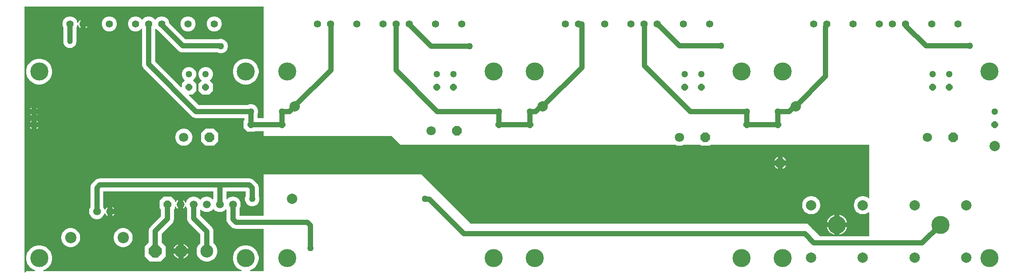
<source format=gbl>
G04*
G04 #@! TF.GenerationSoftware,Altium Limited,Altium Designer,21.6.4 (81)*
G04*
G04 Layer_Physical_Order=2*
G04 Layer_Color=16711680*
%FSLAX44Y44*%
%MOMM*%
G71*
G04*
G04 #@! TF.SameCoordinates,43C67DF6-979F-4C5B-9B03-454D23029C34*
G04*
G04*
G04 #@! TF.FilePolarity,Positive*
G04*
G01*
G75*
%ADD36C,1.0000*%
%ADD37C,1.4224*%
%ADD38C,2.0000*%
%ADD39P,1.9483X8X202.5*%
%ADD40C,1.8000*%
%ADD41C,1.5000*%
%ADD42P,1.6236X8X202.5*%
%ADD43C,2.2000*%
%ADD44P,1.4071X8X292.5*%
%ADD45C,1.3000*%
%ADD46C,3.5000*%
%ADD47P,2.7060X8X22.5*%
%ADD48C,2.5000*%
%ADD49C,0.8000*%
%ADD50C,1.2700*%
G36*
X470000Y-222792D02*
X457608D01*
Y-216162D01*
X458046Y-215404D01*
X459000Y-211843D01*
Y-208157D01*
X458046Y-204596D01*
X456203Y-201404D01*
X453596Y-198797D01*
X450404Y-196954D01*
X446843Y-196000D01*
X443157D01*
X439596Y-196954D01*
X438838Y-197392D01*
X344000D01*
X324682Y-178073D01*
X325168Y-176900D01*
X332000D01*
X339000Y-169900D01*
Y-155900D01*
X333197Y-150097D01*
X333347Y-148953D01*
X333597Y-148701D01*
X336203Y-146096D01*
X338046Y-142904D01*
X339000Y-139343D01*
Y-135657D01*
X338046Y-132096D01*
X336203Y-128904D01*
X333596Y-126297D01*
X330404Y-124454D01*
X326843Y-123500D01*
X323157D01*
X319596Y-124454D01*
X316404Y-126297D01*
X313797Y-128904D01*
X311954Y-132096D01*
X311000Y-135657D01*
Y-139343D01*
X311954Y-142904D01*
X313797Y-146096D01*
X316402Y-148701D01*
X316653Y-148953D01*
X316803Y-150097D01*
X311000Y-155900D01*
Y-162732D01*
X309827Y-163218D01*
X259354Y-112746D01*
Y-49240D01*
X260492Y-48883D01*
X260624Y-48878D01*
X263316Y-51571D01*
X264590Y-52306D01*
X303740Y-91456D01*
X306352Y-93460D01*
X309392Y-94720D01*
X312655Y-95149D01*
X379827D01*
X381238Y-95964D01*
X384761Y-96908D01*
X388407D01*
X391930Y-95964D01*
X395088Y-94141D01*
X397667Y-91562D01*
X399490Y-88404D01*
X400434Y-84881D01*
Y-81235D01*
X399490Y-77712D01*
X397667Y-74554D01*
X395088Y-71975D01*
X391930Y-70152D01*
X388407Y-69208D01*
X384761D01*
X382053Y-69934D01*
X317878D01*
X286900Y-38956D01*
Y-37954D01*
X285904Y-34238D01*
X283981Y-30906D01*
X281260Y-28186D01*
X277928Y-26262D01*
X274212Y-25266D01*
X270364D01*
X266648Y-26262D01*
X263316Y-28186D01*
X260595Y-30906D01*
X260223Y-31551D01*
X258953D01*
X258580Y-30906D01*
X255860Y-28186D01*
X252528Y-26262D01*
X248812Y-25266D01*
X244964D01*
X241248Y-26262D01*
X237916Y-28186D01*
X235196Y-30906D01*
X234823Y-31551D01*
X233553D01*
X233181Y-30906D01*
X230460Y-28186D01*
X227128Y-26262D01*
X223412Y-25266D01*
X219564D01*
X215848Y-26262D01*
X212516Y-28186D01*
X209795Y-30906D01*
X207872Y-34238D01*
X206876Y-37954D01*
Y-41802D01*
X207872Y-45518D01*
X209795Y-48850D01*
X212516Y-51571D01*
X215848Y-53494D01*
X219564Y-54490D01*
X223412D01*
X227128Y-53494D01*
X230460Y-51571D01*
X232868Y-49162D01*
X234138Y-49604D01*
Y-117968D01*
X234568Y-121231D01*
X235827Y-124272D01*
X237831Y-126883D01*
X329863Y-218915D01*
X329863Y-218915D01*
X332474Y-220919D01*
X335515Y-222178D01*
X338778Y-222608D01*
X432392D01*
Y-227008D01*
X431000Y-228400D01*
Y-242400D01*
X438000Y-249400D01*
X452000D01*
X453392Y-248008D01*
X470000D01*
Y-257500D01*
X717500D01*
X735000Y-275000D01*
X1268097D01*
X1270187Y-275866D01*
X1273375Y-276500D01*
X1276625D01*
X1279813Y-275866D01*
X1281903Y-275000D01*
X1315250D01*
X1316750Y-276500D01*
X1333250D01*
X1334750Y-275000D01*
X1642500D01*
Y-378092D01*
X1641327Y-378578D01*
X1641156Y-378407D01*
X1638289Y-376492D01*
X1635105Y-375173D01*
X1631724Y-374500D01*
X1628276D01*
X1624895Y-375173D01*
X1621711Y-376492D01*
X1618844Y-378407D01*
X1616407Y-380844D01*
X1614492Y-383711D01*
X1613172Y-386895D01*
X1612500Y-390276D01*
Y-393724D01*
X1613172Y-397105D01*
X1614492Y-400289D01*
X1616407Y-403156D01*
X1618844Y-405593D01*
X1621711Y-407508D01*
X1624895Y-408828D01*
X1628276Y-409500D01*
X1631724D01*
X1635105Y-408828D01*
X1638289Y-407508D01*
X1641156Y-405593D01*
X1641327Y-405422D01*
X1642500Y-405908D01*
Y-452392D01*
X1547392D01*
X1522500Y-427500D01*
X870000D01*
X775000Y-332500D01*
X470000D01*
Y-412392D01*
X422818D01*
Y-398528D01*
X423503Y-397503D01*
X424633Y-394773D01*
X425210Y-391875D01*
Y-388921D01*
X424633Y-386023D01*
X423503Y-383293D01*
X421861Y-380836D01*
X419772Y-378747D01*
X417315Y-377105D01*
X414585Y-375975D01*
X411687Y-375398D01*
X408733D01*
X405835Y-375975D01*
X403105Y-377105D01*
X400648Y-378747D01*
X398688Y-380707D01*
X398152Y-380630D01*
X397418Y-380257D01*
Y-365108D01*
X434892D01*
Y-374137D01*
X434594Y-374654D01*
X433650Y-378177D01*
Y-381823D01*
X434594Y-385346D01*
X436417Y-388504D01*
X438996Y-391083D01*
X442154Y-392906D01*
X445677Y-393850D01*
X449323D01*
X452846Y-392906D01*
X456004Y-391083D01*
X458583Y-388504D01*
X460406Y-385346D01*
X461350Y-381823D01*
Y-378177D01*
X460406Y-374654D01*
X460108Y-374137D01*
Y-358358D01*
X459678Y-355095D01*
X458419Y-352054D01*
X456415Y-349443D01*
X450557Y-343585D01*
X447946Y-341581D01*
X444905Y-340322D01*
X441642Y-339892D01*
X152558D01*
X149295Y-340322D01*
X146254Y-341581D01*
X143643Y-343585D01*
X137785Y-349443D01*
X135781Y-352054D01*
X134522Y-355095D01*
X134092Y-358358D01*
Y-396070D01*
X133407Y-397095D01*
X132276Y-399825D01*
X131700Y-402723D01*
Y-405677D01*
X132276Y-408575D01*
X133407Y-411305D01*
X135049Y-413762D01*
X137138Y-415851D01*
X139595Y-417493D01*
X142325Y-418624D01*
X145223Y-419200D01*
X148177D01*
X151075Y-418624D01*
X153805Y-417493D01*
X156262Y-415851D01*
X158351Y-413762D01*
X159993Y-411305D01*
X161124Y-408575D01*
X161329Y-407545D01*
X162632Y-407502D01*
X162782Y-408060D01*
X164098Y-410340D01*
X165960Y-412202D01*
X167100Y-412860D01*
Y-404200D01*
Y-395540D01*
X165960Y-396198D01*
X164098Y-398060D01*
X162782Y-400340D01*
X162632Y-400898D01*
X161329Y-400855D01*
X161124Y-399825D01*
X159993Y-397095D01*
X159308Y-396070D01*
Y-365108D01*
X372202D01*
Y-380257D01*
X371468Y-380630D01*
X370932Y-380707D01*
X368972Y-378747D01*
X366515Y-377105D01*
X363785Y-375975D01*
X360887Y-375398D01*
X357933D01*
X355035Y-375975D01*
X352305Y-377105D01*
X349848Y-378747D01*
X347759Y-380836D01*
X347345Y-381455D01*
X346075D01*
X345661Y-380836D01*
X343572Y-378747D01*
X341115Y-377105D01*
X338385Y-375975D01*
X335487Y-375398D01*
X332533D01*
X329635Y-375975D01*
X326905Y-377105D01*
X324448Y-378747D01*
X322359Y-380836D01*
X320717Y-383293D01*
X319587Y-386023D01*
X319381Y-387053D01*
X318078Y-387096D01*
X317929Y-386538D01*
X316612Y-384258D01*
X314750Y-382396D01*
X313610Y-381738D01*
Y-390398D01*
Y-399058D01*
X314750Y-398400D01*
X316612Y-396538D01*
X317929Y-394258D01*
X318078Y-393700D01*
X319381Y-393742D01*
X319587Y-394773D01*
X320717Y-397503D01*
X321402Y-398528D01*
Y-417322D01*
X321832Y-420585D01*
X323091Y-423626D01*
X325095Y-426237D01*
X347145Y-448287D01*
Y-465827D01*
X347004Y-465922D01*
X344218Y-468708D01*
X342029Y-471983D01*
X340522Y-475623D01*
X339753Y-479487D01*
Y-483427D01*
X340522Y-487291D01*
X342029Y-490931D01*
X344218Y-494206D01*
X347004Y-496992D01*
X350279Y-499181D01*
X353919Y-500688D01*
X357783Y-501457D01*
X361723D01*
X365587Y-500688D01*
X369227Y-499181D01*
X372502Y-496992D01*
X375288Y-494206D01*
X377477Y-490931D01*
X378984Y-487291D01*
X379753Y-483427D01*
Y-479487D01*
X378984Y-475623D01*
X377477Y-471983D01*
X375288Y-468708D01*
X372502Y-465922D01*
X372361Y-465827D01*
Y-443065D01*
X371931Y-439802D01*
X370672Y-436761D01*
X368668Y-434150D01*
X346618Y-412100D01*
Y-400538D01*
X347352Y-400166D01*
X347888Y-400089D01*
X349848Y-402049D01*
X352305Y-403691D01*
X355035Y-404822D01*
X357933Y-405398D01*
X360887D01*
X363785Y-404822D01*
X366515Y-403691D01*
X368972Y-402049D01*
X371061Y-399960D01*
X371475Y-399341D01*
X372745D01*
X373159Y-399960D01*
X375248Y-402049D01*
X377705Y-403691D01*
X380435Y-404822D01*
X383333Y-405398D01*
X386287D01*
X389185Y-404822D01*
X391915Y-403691D01*
X394372Y-402049D01*
X396332Y-400089D01*
X396868Y-400166D01*
X397602Y-400538D01*
Y-419142D01*
X398032Y-422405D01*
X399291Y-425446D01*
X401295Y-428057D01*
X407153Y-433915D01*
X409764Y-435919D01*
X412805Y-437178D01*
X416068Y-437608D01*
X470000D01*
Y-520000D01*
X443291D01*
X443039Y-518730D01*
X446842Y-517155D01*
X450937Y-514419D01*
X454419Y-510937D01*
X457155Y-506842D01*
X459039Y-502292D01*
X460000Y-497462D01*
Y-492538D01*
X459039Y-487708D01*
X457155Y-483158D01*
X454419Y-479063D01*
X450937Y-475581D01*
X446842Y-472845D01*
X442292Y-470961D01*
X437462Y-470000D01*
X432538D01*
X427708Y-470961D01*
X423158Y-472845D01*
X419063Y-475581D01*
X415581Y-479063D01*
X412845Y-483158D01*
X410961Y-487708D01*
X410000Y-492538D01*
Y-497462D01*
X410961Y-502292D01*
X412845Y-506842D01*
X415581Y-510937D01*
X419063Y-514419D01*
X423158Y-517155D01*
X426961Y-518730D01*
X426709Y-520000D01*
X43291D01*
X43039Y-518730D01*
X46842Y-517155D01*
X50937Y-514419D01*
X54419Y-510937D01*
X57155Y-506842D01*
X59039Y-502292D01*
X60000Y-497462D01*
Y-492538D01*
X59039Y-487708D01*
X57155Y-483158D01*
X54419Y-479063D01*
X50937Y-475581D01*
X46842Y-472845D01*
X42292Y-470961D01*
X37462Y-470000D01*
X32538D01*
X27708Y-470961D01*
X23158Y-472845D01*
X19064Y-475581D01*
X15581Y-479063D01*
X12845Y-483158D01*
X10961Y-487708D01*
X10000Y-492538D01*
Y-497462D01*
X10961Y-502292D01*
X12845Y-506842D01*
X15581Y-510937D01*
X19064Y-514419D01*
X23158Y-517155D01*
X26961Y-518730D01*
X26709Y-520000D01*
X10000D01*
X7546Y-522454D01*
X6373Y-521968D01*
X6372Y-6372D01*
X470000D01*
Y-222792D01*
D02*
G37*
%LPC*%
G36*
X124888Y-31666D02*
Y-34878D01*
X128100D01*
X127579Y-33976D01*
X125790Y-32187D01*
X124888Y-31666D01*
D02*
G37*
G36*
X128100Y-44878D02*
X124888D01*
Y-48090D01*
X125790Y-47569D01*
X127579Y-45780D01*
X128100Y-44878D01*
D02*
G37*
G36*
X96412Y-25266D02*
X92564D01*
X88848Y-26262D01*
X85516Y-28186D01*
X82795Y-30906D01*
X80872Y-34238D01*
X79876Y-37954D01*
Y-41802D01*
X80872Y-45518D01*
X81738Y-47019D01*
Y-74346D01*
X82168Y-77609D01*
X83427Y-80650D01*
X85431Y-83261D01*
X88042Y-85265D01*
X91083Y-86524D01*
X94346Y-86954D01*
X97609Y-86524D01*
X100650Y-85265D01*
X103261Y-83261D01*
X105265Y-80650D01*
X106524Y-77609D01*
X106954Y-74346D01*
Y-47510D01*
X108104Y-45518D01*
X109100Y-41802D01*
Y-41662D01*
X110370Y-41494D01*
X110931Y-43588D01*
X112197Y-45780D01*
X113986Y-47569D01*
X114888Y-48090D01*
Y-39878D01*
Y-31666D01*
X113986Y-32187D01*
X112197Y-33976D01*
X110931Y-36168D01*
X110370Y-38262D01*
X109100Y-38094D01*
Y-37954D01*
X108104Y-34238D01*
X106180Y-30906D01*
X103460Y-28186D01*
X100128Y-26262D01*
X96412Y-25266D01*
D02*
G37*
G36*
X375812D02*
X371964D01*
X368248Y-26262D01*
X364916Y-28186D01*
X362196Y-30906D01*
X360272Y-34238D01*
X359276Y-37954D01*
Y-41802D01*
X360272Y-45518D01*
X362196Y-48850D01*
X364916Y-51571D01*
X368248Y-53494D01*
X371964Y-54490D01*
X375812D01*
X379528Y-53494D01*
X382860Y-51571D01*
X385580Y-48850D01*
X387504Y-45518D01*
X388500Y-41802D01*
Y-37954D01*
X387504Y-34238D01*
X385580Y-30906D01*
X382860Y-28186D01*
X379528Y-26262D01*
X375812Y-25266D01*
D02*
G37*
G36*
X325012D02*
X321164D01*
X317448Y-26262D01*
X314116Y-28186D01*
X311395Y-30906D01*
X309472Y-34238D01*
X308476Y-37954D01*
Y-41802D01*
X309472Y-45518D01*
X311395Y-48850D01*
X314116Y-51571D01*
X317448Y-53494D01*
X321164Y-54490D01*
X325012D01*
X328728Y-53494D01*
X332060Y-51571D01*
X334781Y-48850D01*
X336704Y-45518D01*
X337700Y-41802D01*
Y-37954D01*
X336704Y-34238D01*
X334781Y-30906D01*
X332060Y-28186D01*
X328728Y-26262D01*
X325012Y-25266D01*
D02*
G37*
G36*
X172612D02*
X168764D01*
X165048Y-26262D01*
X161716Y-28186D01*
X158996Y-30906D01*
X157072Y-34238D01*
X156076Y-37954D01*
Y-41802D01*
X157072Y-45518D01*
X158996Y-48850D01*
X161716Y-51571D01*
X165048Y-53494D01*
X168764Y-54490D01*
X172612D01*
X176328Y-53494D01*
X179660Y-51571D01*
X182381Y-48850D01*
X184304Y-45518D01*
X185300Y-41802D01*
Y-37954D01*
X184304Y-34238D01*
X182381Y-30906D01*
X179660Y-28186D01*
X176328Y-26262D01*
X172612Y-25266D01*
D02*
G37*
G36*
X37462Y-107500D02*
X32538D01*
X27708Y-108461D01*
X23158Y-110345D01*
X19064Y-113081D01*
X15581Y-116563D01*
X12845Y-120658D01*
X10961Y-125208D01*
X10000Y-130038D01*
Y-134962D01*
X10961Y-139792D01*
X12845Y-144342D01*
X15581Y-148436D01*
X19064Y-151919D01*
X23158Y-154655D01*
X27708Y-156539D01*
X32538Y-157500D01*
X37462D01*
X42292Y-156539D01*
X46842Y-154655D01*
X50937Y-151919D01*
X54419Y-148436D01*
X57155Y-144342D01*
X59039Y-139792D01*
X60000Y-134962D01*
Y-130038D01*
X59039Y-125208D01*
X57155Y-120658D01*
X54419Y-116563D01*
X50937Y-113081D01*
X46842Y-110345D01*
X42292Y-108461D01*
X37462Y-107500D01*
D02*
G37*
G36*
X437462Y-107500D02*
X432538D01*
X427708Y-108461D01*
X423158Y-110345D01*
X419063Y-113081D01*
X415581Y-116563D01*
X412845Y-120658D01*
X410961Y-125208D01*
X410000Y-130038D01*
Y-134962D01*
X410961Y-139792D01*
X412845Y-144342D01*
X415581Y-148437D01*
X419063Y-151919D01*
X423158Y-154655D01*
X427708Y-156539D01*
X432538Y-157500D01*
X437462D01*
X442292Y-156539D01*
X446842Y-154655D01*
X450937Y-151919D01*
X454419Y-148437D01*
X457155Y-144342D01*
X459039Y-139792D01*
X460000Y-134962D01*
Y-130038D01*
X459039Y-125208D01*
X457155Y-120658D01*
X454419Y-116563D01*
X450937Y-113081D01*
X446842Y-110345D01*
X442292Y-108461D01*
X437462Y-107500D01*
D02*
G37*
G36*
X359343Y-123500D02*
X355657D01*
X352096Y-124454D01*
X348904Y-126297D01*
X346297Y-128904D01*
X344454Y-132096D01*
X343500Y-135657D01*
Y-139343D01*
X344454Y-142904D01*
X346297Y-146096D01*
X348903Y-148701D01*
X349153Y-148953D01*
X349303Y-150097D01*
X343500Y-155900D01*
Y-169900D01*
X350500Y-176900D01*
X364500D01*
X371500Y-169900D01*
Y-155900D01*
X365697Y-150097D01*
X365847Y-148953D01*
X366097Y-148701D01*
X368703Y-146096D01*
X370546Y-142904D01*
X371500Y-139343D01*
Y-135657D01*
X370546Y-132096D01*
X368703Y-128904D01*
X366096Y-126297D01*
X362904Y-124454D01*
X359343Y-123500D01*
D02*
G37*
G36*
X30000Y-202495D02*
Y-205000D01*
X32506D01*
X32202Y-204474D01*
X30526Y-202798D01*
X30000Y-202495D01*
D02*
G37*
G36*
X20000Y-202494D02*
X19474Y-202798D01*
X17798Y-204474D01*
X17494Y-205000D01*
X20000D01*
Y-202494D01*
D02*
G37*
G36*
X32506Y-215000D02*
X30000D01*
Y-217505D01*
X30526Y-217202D01*
X32202Y-215526D01*
X32506Y-215000D01*
D02*
G37*
G36*
X20000D02*
X17495D01*
X17798Y-215526D01*
X19474Y-217202D01*
X20000Y-217506D01*
Y-215000D01*
D02*
G37*
G36*
X30000Y-226900D02*
Y-230400D01*
X33500D01*
X30000Y-226900D01*
D02*
G37*
G36*
X20000Y-226900D02*
X16500Y-230400D01*
X20000D01*
Y-226900D01*
D02*
G37*
G36*
X33500Y-240400D02*
X30000D01*
Y-243900D01*
X33500Y-240400D01*
D02*
G37*
G36*
X20000D02*
X16500D01*
X20000Y-243900D01*
Y-240400D01*
D02*
G37*
G36*
X373250Y-243500D02*
X356750D01*
X348500Y-251750D01*
Y-268250D01*
X356750Y-276500D01*
X373250D01*
X381500Y-268250D01*
Y-251750D01*
X373250Y-243500D01*
D02*
G37*
G36*
X316625D02*
X313375D01*
X310187Y-244134D01*
X307184Y-245378D01*
X304482Y-247184D01*
X302184Y-249482D01*
X300378Y-252184D01*
X299134Y-255187D01*
X298500Y-258375D01*
Y-261625D01*
X299134Y-264813D01*
X300378Y-267816D01*
X302184Y-270518D01*
X304482Y-272816D01*
X307184Y-274622D01*
X310187Y-275866D01*
X313375Y-276500D01*
X316625D01*
X319813Y-275866D01*
X322816Y-274622D01*
X325518Y-272816D01*
X327816Y-270518D01*
X329622Y-267816D01*
X330866Y-264813D01*
X331500Y-261625D01*
Y-258375D01*
X330866Y-255187D01*
X329622Y-252184D01*
X327816Y-249482D01*
X325518Y-247184D01*
X322816Y-245378D01*
X319813Y-244134D01*
X316625Y-243500D01*
D02*
G37*
G36*
X1475000Y-298453D02*
Y-305000D01*
X1481547D01*
X1480002Y-302325D01*
X1477675Y-299998D01*
X1475000Y-298453D01*
D02*
G37*
G36*
X1465000D02*
X1462325Y-299998D01*
X1459998Y-302325D01*
X1458453Y-305000D01*
X1465000D01*
Y-298453D01*
D02*
G37*
G36*
X1481547Y-315000D02*
X1475000D01*
Y-321547D01*
X1477675Y-320003D01*
X1480002Y-317675D01*
X1481547Y-315000D01*
D02*
G37*
G36*
X1465000D02*
X1458453D01*
X1459998Y-317675D01*
X1462325Y-320003D01*
X1465000Y-321547D01*
Y-315000D01*
D02*
G37*
G36*
X290710Y-375398D02*
X275710D01*
X268210Y-382898D01*
Y-397898D01*
X270602Y-400290D01*
Y-413624D01*
X250838Y-433388D01*
X248834Y-435999D01*
X247575Y-439040D01*
X247145Y-442303D01*
Y-464065D01*
X239753Y-471457D01*
Y-491457D01*
X249753Y-501457D01*
X269753D01*
X279753Y-491457D01*
Y-471457D01*
X272361Y-464065D01*
Y-447525D01*
X292125Y-427761D01*
X294129Y-425150D01*
X295388Y-422109D01*
X295818Y-418846D01*
Y-400290D01*
X298210Y-397898D01*
Y-394925D01*
X299480Y-394584D01*
X300608Y-396538D01*
X302470Y-398400D01*
X303610Y-399058D01*
Y-390398D01*
Y-381738D01*
X302470Y-382396D01*
X300608Y-384258D01*
X299480Y-386212D01*
X298210Y-385871D01*
Y-382898D01*
X290710Y-375398D01*
D02*
G37*
G36*
X177100Y-395540D02*
Y-399200D01*
X180760D01*
X180102Y-398060D01*
X178240Y-396198D01*
X177100Y-395540D01*
D02*
G37*
G36*
X1531724Y-374500D02*
X1528276D01*
X1524895Y-375173D01*
X1521711Y-376492D01*
X1518844Y-378407D01*
X1516407Y-380844D01*
X1514492Y-383711D01*
X1513172Y-386895D01*
X1512500Y-390276D01*
Y-393724D01*
X1513172Y-397105D01*
X1514492Y-400289D01*
X1516407Y-403156D01*
X1518844Y-405593D01*
X1521711Y-407508D01*
X1524895Y-408828D01*
X1528276Y-409500D01*
X1531724D01*
X1535105Y-408828D01*
X1538289Y-407508D01*
X1541156Y-405593D01*
X1543593Y-403156D01*
X1545508Y-400289D01*
X1546828Y-397105D01*
X1547500Y-393724D01*
Y-390276D01*
X1546828Y-386895D01*
X1545508Y-383711D01*
X1543593Y-380844D01*
X1541156Y-378407D01*
X1538289Y-376492D01*
X1535105Y-375173D01*
X1531724Y-374500D01*
D02*
G37*
G36*
X180760Y-409200D02*
X177100D01*
Y-412860D01*
X178240Y-412202D01*
X180102Y-410340D01*
X180760Y-409200D01*
D02*
G37*
G36*
X1585000Y-410603D02*
Y-425000D01*
X1599397D01*
X1599231Y-424166D01*
X1597724Y-420527D01*
X1595535Y-417251D01*
X1592749Y-414465D01*
X1589474Y-412276D01*
X1585834Y-410769D01*
X1585000Y-410603D01*
D02*
G37*
G36*
X1575000Y-410603D02*
X1574166Y-410769D01*
X1570526Y-412276D01*
X1567251Y-414465D01*
X1564465Y-417251D01*
X1562276Y-420527D01*
X1560769Y-424166D01*
X1560603Y-425000D01*
X1575000D01*
Y-410603D01*
D02*
G37*
G36*
Y-435000D02*
X1560603D01*
X1560769Y-435834D01*
X1562276Y-439473D01*
X1564465Y-442749D01*
X1567251Y-445535D01*
X1570526Y-447724D01*
X1574166Y-449231D01*
X1575000Y-449397D01*
Y-435000D01*
D02*
G37*
G36*
X1599397D02*
X1585000D01*
Y-449397D01*
X1585834Y-449231D01*
X1589474Y-447724D01*
X1592749Y-445535D01*
X1595535Y-442749D01*
X1597724Y-439473D01*
X1599231Y-435834D01*
X1599397Y-435000D01*
D02*
G37*
G36*
X199322Y-436500D02*
X195678D01*
X192104Y-437211D01*
X188737Y-438605D01*
X185707Y-440630D01*
X183130Y-443207D01*
X181105Y-446237D01*
X179711Y-449604D01*
X179000Y-453178D01*
Y-456822D01*
X179711Y-460396D01*
X181105Y-463763D01*
X183130Y-466793D01*
X185707Y-469370D01*
X188737Y-471395D01*
X192104Y-472789D01*
X195678Y-473500D01*
X199322D01*
X202896Y-472789D01*
X206263Y-471395D01*
X209293Y-469370D01*
X211870Y-466793D01*
X213895Y-463763D01*
X215289Y-460396D01*
X216000Y-456822D01*
Y-453178D01*
X215289Y-449604D01*
X213895Y-446237D01*
X211870Y-443207D01*
X209293Y-440630D01*
X206263Y-438605D01*
X202896Y-437211D01*
X199322Y-436500D01*
D02*
G37*
G36*
X97722D02*
X94078D01*
X90504Y-437211D01*
X87137Y-438605D01*
X84107Y-440630D01*
X81530Y-443207D01*
X79506Y-446237D01*
X78111Y-449604D01*
X77400Y-453178D01*
Y-456822D01*
X78111Y-460396D01*
X79506Y-463763D01*
X81530Y-466793D01*
X84107Y-469370D01*
X87137Y-471395D01*
X90504Y-472789D01*
X94078Y-473500D01*
X97722D01*
X101296Y-472789D01*
X104663Y-471395D01*
X107693Y-469370D01*
X110270Y-466793D01*
X112295Y-463763D01*
X113689Y-460396D01*
X114400Y-456822D01*
Y-453178D01*
X113689Y-449604D01*
X112295Y-446237D01*
X110270Y-443207D01*
X107693Y-440630D01*
X104663Y-438605D01*
X101296Y-437211D01*
X97722Y-436500D01*
D02*
G37*
G36*
X314753Y-467292D02*
Y-476457D01*
X323918D01*
X323046Y-474352D01*
X321404Y-471895D01*
X319315Y-469806D01*
X316858Y-468164D01*
X314753Y-467292D01*
D02*
G37*
G36*
X304753D02*
X302648Y-468164D01*
X300191Y-469806D01*
X298102Y-471895D01*
X296460Y-474352D01*
X295588Y-476457D01*
X304753D01*
Y-467292D01*
D02*
G37*
G36*
X323918Y-486457D02*
X314753D01*
Y-495622D01*
X316858Y-494750D01*
X319315Y-493108D01*
X321404Y-491019D01*
X323046Y-488562D01*
X323918Y-486457D01*
D02*
G37*
G36*
X304753D02*
X295588D01*
X296460Y-488562D01*
X298102Y-491019D01*
X300191Y-493108D01*
X302648Y-494750D01*
X304753Y-495622D01*
Y-486457D01*
D02*
G37*
%LPD*%
D36*
X1559260Y-40686D02*
X1560068Y-39878D01*
X1558036Y-44897D02*
X1559260Y-43673D01*
X1558036Y-141964D02*
Y-44897D01*
X1559260Y-43673D02*
Y-40686D01*
X1500000Y-200000D02*
X1558036Y-141964D01*
X1712468Y-39878D02*
X1713276Y-40686D01*
Y-43988D02*
Y-40686D01*
Y-43988D02*
X1752092Y-82804D01*
X1836670D01*
X152558Y-352500D02*
X384810D01*
X146700Y-404200D02*
Y-358358D01*
X152558Y-352500D01*
X35870Y-290000D02*
X480636D01*
X25000Y-279130D02*
X35870Y-290000D01*
X25000Y-279130D02*
Y-235400D01*
X480636Y-290000D02*
X500380Y-270256D01*
X582168D01*
X1207262Y-121158D02*
Y-39728D01*
Y-121158D02*
X1296104Y-210000D01*
X1231204Y-39573D02*
X1235267Y-43636D01*
X1235658D02*
X1274826Y-82804D01*
X1355086D01*
X1235267Y-43636D02*
X1235658D01*
X1487500Y-210000D02*
X1498750Y-198750D01*
X599806Y-129428D02*
Y-41524D01*
X529617Y-199617D02*
X599806Y-129428D01*
X794248Y-83566D02*
X867691D01*
X752206Y-41524D02*
X794248Y-83566D01*
X246746Y-117968D02*
X338778Y-210000D01*
X246746Y-117968D02*
Y-42032D01*
X312655Y-82541D02*
X385337D01*
X272146Y-42032D02*
X312655Y-82541D01*
X94346Y-74346D02*
Y-42032D01*
X56388Y-81788D02*
Y-17108D01*
X123190Y-39451D02*
Y-17108D01*
X56388D02*
X62246Y-11250D01*
X117332D01*
X123190Y-17108D01*
X1010000Y-200000D02*
X1085647Y-124353D01*
Y-40208D01*
X996500Y-210000D02*
X1008250Y-198250D01*
X725932Y-130048D02*
Y-39370D01*
Y-130048D02*
X805884Y-210000D01*
X925000D01*
X519234D02*
X529617Y-199617D01*
X338778Y-210000D02*
X445000D01*
X790517Y-380517D02*
X857500Y-447500D01*
X1517500D01*
X1535000Y-465000D01*
X1745000D01*
X1780000Y-430000D01*
X384810Y-352500D02*
X441642D01*
X447500Y-358358D01*
Y-380000D02*
Y-358358D01*
X384810Y-390398D02*
Y-352500D01*
X1465000Y-210000D02*
X1487500D01*
X1296104Y-210000D02*
X1404358D01*
X783017Y-380517D02*
X790517D01*
X782500Y-380000D02*
X783017Y-380517D01*
X560000Y-475000D02*
Y-430858D01*
X416068Y-425000D02*
X554142D01*
X560000Y-430858D01*
X410210Y-419142D02*
Y-390398D01*
Y-419142D02*
X416068Y-425000D01*
X1490726Y-288290D02*
X1580000Y-377564D01*
X680466Y-270256D02*
X698500Y-288290D01*
X1490726D01*
X582168Y-270256D02*
X680466D01*
X25000Y-210000D02*
X45016D01*
X99060Y-155956D02*
Y-124460D01*
X45016Y-210000D02*
X99060Y-155956D01*
X56388Y-81788D02*
X99060Y-124460D01*
X505000Y-210000D02*
X519234D01*
X985000D02*
X996500D01*
X1580000Y-430000D02*
Y-377564D01*
X925000Y-235400D02*
X985000D01*
Y-210000D01*
X925000Y-235400D02*
Y-210000D01*
X1465000Y-235400D02*
Y-210000D01*
X1405000Y-235400D02*
X1465000D01*
X1405000Y-235400D02*
X1405000Y-235400D01*
X1405000Y-235400D02*
Y-210000D01*
X505000Y-235400D02*
Y-210000D01*
X445000Y-235400D02*
X505000D01*
X445000D02*
Y-210000D01*
X334010Y-417322D02*
X359753Y-443065D01*
X334010Y-417322D02*
Y-390398D01*
X359753Y-481457D02*
Y-443065D01*
X259753Y-481457D02*
Y-442303D01*
X283210Y-418846D02*
Y-390398D01*
X259753Y-442303D02*
X283210Y-418846D01*
X308610Y-480314D02*
X310896Y-482600D01*
X308610Y-480314D02*
Y-390398D01*
X25000Y-235400D02*
Y-210000D01*
D37*
X1814068Y-39878D02*
D03*
X1763268D02*
D03*
X1712468D02*
D03*
X1687068D02*
D03*
X1661668D02*
D03*
X1610868D02*
D03*
X1560068D02*
D03*
X1534668D02*
D03*
X1333500D02*
D03*
X1282700D02*
D03*
X1231900D02*
D03*
X1206500D02*
D03*
X1181100D02*
D03*
X1130300D02*
D03*
X1079500D02*
D03*
X1054100D02*
D03*
X373888D02*
D03*
X323088D02*
D03*
X272288D02*
D03*
X246888D02*
D03*
X221488D02*
D03*
X170688D02*
D03*
X119888D02*
D03*
X94488D02*
D03*
X573786D02*
D03*
X599186D02*
D03*
X649986D02*
D03*
X700786D02*
D03*
X726186D02*
D03*
X751586D02*
D03*
X802386D02*
D03*
X853186D02*
D03*
D38*
X1470000Y-310000D02*
D03*
X1500000Y-200000D02*
D03*
X1885000Y-277500D02*
D03*
X1010000Y-200000D02*
D03*
X530000D02*
D03*
X1830000Y-392000D02*
D03*
X1730000D02*
D03*
X1830000Y-494000D02*
D03*
X1730000D02*
D03*
X1630000Y-392000D02*
D03*
X1530000D02*
D03*
X1630000Y-494000D02*
D03*
X1530000D02*
D03*
X525000Y-380000D02*
D03*
D39*
X1325000Y-260000D02*
D03*
X1805000D02*
D03*
X843896Y-247650D02*
D03*
X365000Y-260000D02*
D03*
D40*
X1275000D02*
D03*
X1755000D02*
D03*
X793896Y-247650D02*
D03*
X315000Y-260000D02*
D03*
D41*
X410210Y-390398D02*
D03*
X384810D02*
D03*
X359410D02*
D03*
X334010D02*
D03*
X308610D02*
D03*
X146700Y-404200D02*
D03*
X172100D02*
D03*
D42*
X283210Y-390398D02*
D03*
D43*
X95900Y-455000D02*
D03*
X197500D02*
D03*
D44*
X1465000Y-235400D02*
D03*
X1765000Y-162900D02*
D03*
X1797500D02*
D03*
X1885000Y-235400D02*
D03*
X985000Y-235400D02*
D03*
X1285000Y-162900D02*
D03*
X1317500D02*
D03*
X1405000Y-235400D02*
D03*
X505000D02*
D03*
X805000Y-162900D02*
D03*
X837500D02*
D03*
X925000Y-235400D02*
D03*
X325000Y-162900D02*
D03*
X357500Y-162900D02*
D03*
X445000Y-235400D02*
D03*
X25000D02*
D03*
D45*
X1465000Y-210000D02*
D03*
X1765000Y-137500D02*
D03*
X1797500D02*
D03*
X1885000Y-210000D02*
D03*
X985000Y-210000D02*
D03*
X1285000Y-137500D02*
D03*
X1317500D02*
D03*
X1405000Y-210000D02*
D03*
X505000D02*
D03*
X805000Y-137500D02*
D03*
X837500D02*
D03*
X925000Y-210000D02*
D03*
X325000Y-137500D02*
D03*
X357500Y-137500D02*
D03*
X445000Y-210000D02*
D03*
X25000D02*
D03*
D46*
X1780000Y-430000D02*
D03*
X1580000D02*
D03*
X1875000Y-132500D02*
D03*
X1475000D02*
D03*
X1395000Y-132500D02*
D03*
X995000D02*
D03*
X915000D02*
D03*
X515000D02*
D03*
X435000Y-132500D02*
D03*
X1875000Y-495000D02*
D03*
X435000D02*
D03*
X1475000Y-495000D02*
D03*
X515000Y-495000D02*
D03*
X915000D02*
D03*
X35000D02*
D03*
X1395000D02*
D03*
X995000D02*
D03*
X35000Y-132500D02*
D03*
D47*
X259753Y-481457D02*
D03*
D48*
X309753D02*
D03*
X359753D02*
D03*
D49*
X1636100Y-283200D02*
D03*
X1623400Y-308600D02*
D03*
X1636100Y-334000D02*
D03*
X1623400Y-359400D02*
D03*
X1636100Y-435600D02*
D03*
X1610700Y-283200D02*
D03*
X1598000Y-308600D02*
D03*
X1610700Y-334000D02*
D03*
X1598000Y-359400D02*
D03*
Y-410200D02*
D03*
X1610700Y-435600D02*
D03*
X1585300Y-334000D02*
D03*
X1572600Y-359400D02*
D03*
X1585300Y-384800D02*
D03*
X1547200Y-308600D02*
D03*
X1559900Y-334000D02*
D03*
X1547200Y-359400D02*
D03*
X1559900Y-384800D02*
D03*
X1547200Y-410200D02*
D03*
X1521800Y-308600D02*
D03*
Y-359400D02*
D03*
X1534500Y-435600D02*
D03*
X1496400Y-308600D02*
D03*
X1509100Y-334000D02*
D03*
X1496400Y-359400D02*
D03*
X1509100Y-384800D02*
D03*
X1496400Y-410200D02*
D03*
X1483700Y-283200D02*
D03*
X1471000Y-308600D02*
D03*
X1483700Y-334000D02*
D03*
X1471000Y-359400D02*
D03*
X1483700Y-384800D02*
D03*
X1471000Y-410200D02*
D03*
X1458300Y-283200D02*
D03*
X1445600Y-308600D02*
D03*
X1458300Y-334000D02*
D03*
X1445600Y-359400D02*
D03*
X1458300Y-384800D02*
D03*
X1445600Y-410200D02*
D03*
X1432900Y-283200D02*
D03*
X1420200Y-308600D02*
D03*
X1432900Y-334000D02*
D03*
X1420200Y-359400D02*
D03*
X1432900Y-384800D02*
D03*
X1420200Y-410200D02*
D03*
X1407500Y-283200D02*
D03*
X1394800Y-308600D02*
D03*
X1407500Y-334000D02*
D03*
X1394800Y-359400D02*
D03*
X1407500Y-384800D02*
D03*
X1394800Y-410200D02*
D03*
X1382100Y-283200D02*
D03*
X1369400Y-308600D02*
D03*
X1382100Y-334000D02*
D03*
X1369400Y-359400D02*
D03*
X1382100Y-384800D02*
D03*
X1369400Y-410200D02*
D03*
X1356700Y-283200D02*
D03*
X1344000Y-308600D02*
D03*
X1356700Y-334000D02*
D03*
X1344000Y-359400D02*
D03*
X1356700Y-384800D02*
D03*
X1344000Y-410200D02*
D03*
X1331300Y-283200D02*
D03*
X1318600Y-308600D02*
D03*
X1331300Y-334000D02*
D03*
X1318600Y-359400D02*
D03*
X1331300Y-384800D02*
D03*
X1318600Y-410200D02*
D03*
X1305900Y-283200D02*
D03*
X1293200Y-308600D02*
D03*
X1305900Y-334000D02*
D03*
X1293200Y-359400D02*
D03*
X1305900Y-384800D02*
D03*
X1293200Y-410200D02*
D03*
X1280500Y-283200D02*
D03*
X1267800Y-308600D02*
D03*
X1280500Y-334000D02*
D03*
X1267800Y-359400D02*
D03*
X1280500Y-384800D02*
D03*
X1267800Y-410200D02*
D03*
X1255100Y-283200D02*
D03*
X1242400Y-308600D02*
D03*
X1255100Y-334000D02*
D03*
X1242400Y-359400D02*
D03*
X1255100Y-384800D02*
D03*
X1242400Y-410200D02*
D03*
X1229700Y-283200D02*
D03*
X1217000Y-308600D02*
D03*
X1229700Y-334000D02*
D03*
X1217000Y-359400D02*
D03*
X1229700Y-384800D02*
D03*
X1217000Y-410200D02*
D03*
X1204300Y-283200D02*
D03*
X1191600Y-308600D02*
D03*
X1204300Y-334000D02*
D03*
X1191600Y-359400D02*
D03*
X1204300Y-384800D02*
D03*
X1191600Y-410200D02*
D03*
X1178900Y-283200D02*
D03*
X1166200Y-308600D02*
D03*
X1178900Y-334000D02*
D03*
X1166200Y-359400D02*
D03*
X1178900Y-384800D02*
D03*
X1166200Y-410200D02*
D03*
X1153500Y-283200D02*
D03*
X1140800Y-308600D02*
D03*
X1153500Y-334000D02*
D03*
X1140800Y-359400D02*
D03*
X1153500Y-384800D02*
D03*
X1140800Y-410200D02*
D03*
X1128100Y-283200D02*
D03*
X1115400Y-308600D02*
D03*
X1128100Y-334000D02*
D03*
X1115400Y-359400D02*
D03*
X1128100Y-384800D02*
D03*
X1115400Y-410200D02*
D03*
X1102700Y-283200D02*
D03*
X1090000Y-308600D02*
D03*
X1102700Y-334000D02*
D03*
X1090000Y-359400D02*
D03*
X1102700Y-384800D02*
D03*
X1090000Y-410200D02*
D03*
X1077300Y-283200D02*
D03*
X1064600Y-308600D02*
D03*
X1077300Y-334000D02*
D03*
X1064600Y-359400D02*
D03*
X1077300Y-384800D02*
D03*
X1064600Y-410200D02*
D03*
X1051900Y-283200D02*
D03*
X1039200Y-308600D02*
D03*
X1051900Y-334000D02*
D03*
X1039200Y-359400D02*
D03*
X1051900Y-384800D02*
D03*
X1039200Y-410200D02*
D03*
X1026500Y-283200D02*
D03*
X1013800Y-308600D02*
D03*
X1026500Y-334000D02*
D03*
X1013800Y-359400D02*
D03*
X1026500Y-384800D02*
D03*
X1013800Y-410200D02*
D03*
X1001100Y-283200D02*
D03*
X988400Y-308600D02*
D03*
X1001100Y-334000D02*
D03*
X988400Y-359400D02*
D03*
X1001100Y-384800D02*
D03*
X988400Y-410200D02*
D03*
X975700Y-283200D02*
D03*
X963000Y-308600D02*
D03*
X975700Y-334000D02*
D03*
X963000Y-359400D02*
D03*
X975700Y-384800D02*
D03*
X963000Y-410200D02*
D03*
X950300Y-283200D02*
D03*
X937600Y-308600D02*
D03*
X950300Y-334000D02*
D03*
X937600Y-359400D02*
D03*
X950300Y-384800D02*
D03*
X937600Y-410200D02*
D03*
X924900Y-283200D02*
D03*
X912200Y-308600D02*
D03*
X924900Y-334000D02*
D03*
X912200Y-359400D02*
D03*
X924900Y-384800D02*
D03*
X912200Y-410200D02*
D03*
X899500Y-283200D02*
D03*
X886800Y-308600D02*
D03*
X899500Y-334000D02*
D03*
X886800Y-359400D02*
D03*
X899500Y-384800D02*
D03*
X886800Y-410200D02*
D03*
X874100Y-283200D02*
D03*
X861400Y-308600D02*
D03*
X874100Y-334000D02*
D03*
X861400Y-359400D02*
D03*
X874100Y-384800D02*
D03*
X861400Y-410200D02*
D03*
X848700Y-283200D02*
D03*
X836000Y-308600D02*
D03*
X848700Y-334000D02*
D03*
X836000Y-359400D02*
D03*
X848700Y-384800D02*
D03*
X823300Y-283200D02*
D03*
X810600Y-308600D02*
D03*
X823300Y-334000D02*
D03*
X810600Y-359400D02*
D03*
X797900Y-283200D02*
D03*
X772500D02*
D03*
X747100D02*
D03*
X721700D02*
D03*
X696300D02*
D03*
X670900D02*
D03*
X645500D02*
D03*
X620100D02*
D03*
X594700D02*
D03*
X569300D02*
D03*
X543900D02*
D03*
X518500D02*
D03*
X493100D02*
D03*
X455000Y-54600D02*
D03*
Y-105400D02*
D03*
Y-156200D02*
D03*
Y-257800D02*
D03*
X467700Y-283200D02*
D03*
X429600Y-54600D02*
D03*
X442300Y-181600D02*
D03*
X429600Y-257800D02*
D03*
X442300Y-283200D02*
D03*
X429600Y-308600D02*
D03*
X404200Y-54600D02*
D03*
Y-105400D02*
D03*
Y-156200D02*
D03*
X416900Y-181600D02*
D03*
Y-232400D02*
D03*
X404200Y-257800D02*
D03*
X416900Y-283200D02*
D03*
X404200Y-308600D02*
D03*
X416900Y-334000D02*
D03*
X404200Y-461000D02*
D03*
Y-511800D02*
D03*
X378800Y-105400D02*
D03*
X391500Y-130800D02*
D03*
X378800Y-156200D02*
D03*
X391500Y-181600D02*
D03*
Y-232400D02*
D03*
Y-283200D02*
D03*
X378800Y-308600D02*
D03*
X391500Y-334000D02*
D03*
X378800Y-410200D02*
D03*
X391500Y-435600D02*
D03*
X378800Y-461000D02*
D03*
X391500Y-486400D02*
D03*
X378800Y-511800D02*
D03*
X366100Y-283200D02*
D03*
X353400Y-308600D02*
D03*
Y-410200D02*
D03*
Y-511800D02*
D03*
X340700Y-283200D02*
D03*
X328000Y-308600D02*
D03*
Y-461000D02*
D03*
Y-511800D02*
D03*
X302600Y-207000D02*
D03*
X315300Y-283200D02*
D03*
X302600Y-410200D02*
D03*
X315300Y-435600D02*
D03*
X302600Y-461000D02*
D03*
Y-511800D02*
D03*
X277200Y-105400D02*
D03*
X289900Y-130800D02*
D03*
X277200Y-207000D02*
D03*
X289900Y-232400D02*
D03*
X277200Y-257800D02*
D03*
X289900Y-283200D02*
D03*
Y-435600D02*
D03*
X277200Y-461000D02*
D03*
X289900Y-486400D02*
D03*
X277200Y-511800D02*
D03*
X264500Y-80000D02*
D03*
X251800Y-156200D02*
D03*
X264500Y-181600D02*
D03*
X251800Y-207000D02*
D03*
X264500Y-232400D02*
D03*
X251800Y-308600D02*
D03*
X264500Y-334000D02*
D03*
X251800Y-410200D02*
D03*
Y-511800D02*
D03*
X226400Y-156200D02*
D03*
X239100Y-181600D02*
D03*
X226400Y-207000D02*
D03*
X239100Y-232400D02*
D03*
X226400Y-308600D02*
D03*
X239100Y-334000D02*
D03*
Y-384800D02*
D03*
X226400Y-410200D02*
D03*
X239100Y-435600D02*
D03*
X226400Y-461000D02*
D03*
Y-511800D02*
D03*
X201000Y-156200D02*
D03*
X213700Y-181600D02*
D03*
X201000Y-257800D02*
D03*
X213700Y-283200D02*
D03*
X201000Y-308600D02*
D03*
X213700Y-334000D02*
D03*
Y-384800D02*
D03*
X201000Y-410200D02*
D03*
X213700Y-435600D02*
D03*
Y-486400D02*
D03*
X201000Y-511800D02*
D03*
X188300Y-181600D02*
D03*
X175600Y-257800D02*
D03*
X188300Y-283200D02*
D03*
X175600Y-308600D02*
D03*
X188300Y-334000D02*
D03*
Y-384800D02*
D03*
X175600Y-461000D02*
D03*
X188300Y-486400D02*
D03*
X175600Y-511800D02*
D03*
X150200Y-54600D02*
D03*
X162900Y-232400D02*
D03*
X150200Y-257800D02*
D03*
X162900Y-283200D02*
D03*
Y-435600D02*
D03*
X150200Y-461000D02*
D03*
X162900Y-486400D02*
D03*
X150200Y-511800D02*
D03*
X124800Y-54600D02*
D03*
X137500Y-232400D02*
D03*
X124800Y-257800D02*
D03*
Y-359400D02*
D03*
Y-410200D02*
D03*
X137500Y-435600D02*
D03*
X124800Y-461000D02*
D03*
X137500Y-486400D02*
D03*
X124800Y-511800D02*
D03*
X112100Y-130800D02*
D03*
X99400Y-308600D02*
D03*
X112100Y-334000D02*
D03*
X99400Y-359400D02*
D03*
X112100Y-384800D02*
D03*
X99400Y-410200D02*
D03*
X112100Y-435600D02*
D03*
Y-486400D02*
D03*
X99400Y-511800D02*
D03*
X86700Y-130800D02*
D03*
X74000Y-207000D02*
D03*
Y-257800D02*
D03*
X86700Y-283200D02*
D03*
X74000Y-308600D02*
D03*
X86700Y-334000D02*
D03*
X74000Y-359400D02*
D03*
X86700Y-384800D02*
D03*
X74000Y-410200D02*
D03*
Y-461000D02*
D03*
X86700Y-486400D02*
D03*
X74000Y-511800D02*
D03*
X48600Y-105400D02*
D03*
X61300Y-181600D02*
D03*
X48600Y-207000D02*
D03*
X61300Y-232400D02*
D03*
X48600Y-257800D02*
D03*
X61300Y-283200D02*
D03*
X48600Y-308600D02*
D03*
X61300Y-334000D02*
D03*
X48600Y-359400D02*
D03*
X61300Y-384800D02*
D03*
X48600Y-410200D02*
D03*
X61300Y-435600D02*
D03*
X48600Y-461000D02*
D03*
X23200Y-105400D02*
D03*
X35900Y-181600D02*
D03*
X23200Y-257800D02*
D03*
X35900Y-283200D02*
D03*
X23200Y-308600D02*
D03*
X35900Y-334000D02*
D03*
X23200Y-359400D02*
D03*
X35900Y-384800D02*
D03*
X23200Y-410200D02*
D03*
X35900Y-435600D02*
D03*
X23200Y-461000D02*
D03*
D50*
X1355086Y-82804D02*
D03*
X782500Y-380000D02*
D03*
X560000Y-475000D02*
D03*
X447500Y-380000D02*
D03*
X1088390Y-288290D02*
D03*
X582168Y-270256D02*
D03*
X1836670Y-82292D02*
D03*
X868422Y-83566D02*
D03*
X386584Y-83058D02*
D03*
M02*

</source>
